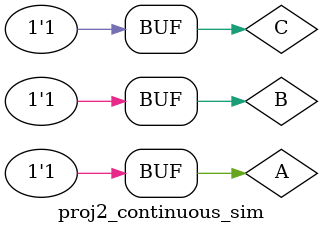
<source format=v>
`timescale 1ns / 1ps


module proj2_continuous_sim(

    );
    
    reg A, B, C;
    wire F;
    proj2_continuous UUT (A, B, C, F);
    initial begin
    A = 0; B = 0; C = 0; #100;
    A = 0; B = 0; C = 1; #100;
    A = 0; B = 1; C = 0; #100;
    A = 0; B = 1; C = 1; #100;
    A = 1; B = 0; C = 0; #100;
    A = 1; B = 0; C = 1; #100;
    A = 1; B = 1; C = 0; #100;
    A = 1; B = 1; C = 1; #100;
    end
endmodule

</source>
